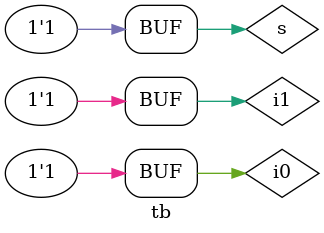
<source format=sv>
module tb;
  reg i0 , i1 , s;
  wire y;
  MUX2to1 uut1(.i0(i0) , .i1(i1) , .s(s) , .y(y));
  initial begin
    i0 = 0 ; i1 = 0 ; s = 0;
    #10;
    i0 = 0 ; i1 = 1 ; s = 0;
    #10;
    i0 = 1 ; i1 = 0 ; s = 0;
    #10;
    i0 = 1 ; i1 = 1 ; s = 0;
    #10;
    i0 = 0 ; i1 = 0 ; s = 1;
    #10;
    i0 = 0 ; i1 = 1 ; s = 1;
    #10;
    i0 = 1 ; i1 = 0 ; s = 1;
    #10;
    i0 = 1 ; i1 = 1 ; s = 1;
    #10;
  end
  initial begin
    $monitor("i0 = %0d \t i1 = %0d \t s = %0d \t y = %0d" , i0 , i1 , s , y);
  end
endmodule

</source>
